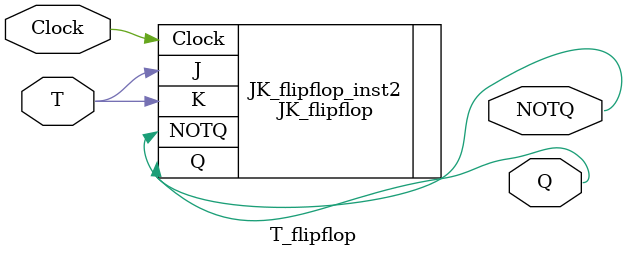
<source format=v>
module T_flipflop(
    input T, Clock,
    output Q,
    output NOTQ
    );
        
    JK_flipflop JK_flipflop_inst2(
        .J(T),
        .K(T),
        .Clock(Clock),
        .Q(Q),
        .NOTQ(NOTQ)
    );
endmodule

</source>
